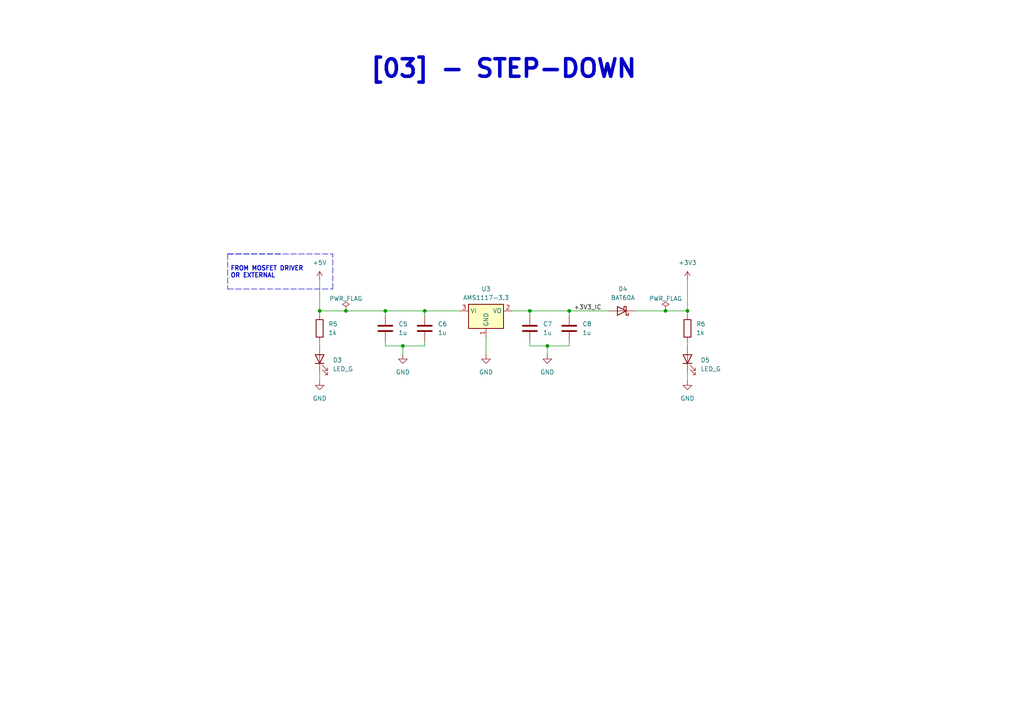
<source format=kicad_sch>
(kicad_sch (version 20250114) (generator "eeschema") (generator_version "9.0")
  (paper "A4")
  (lib_symbols
    (symbol "Device:C" (pin_numbers (hide yes)) (pin_names (offset 0.254))
      (property "Reference" "C" (at 0.635 2.54 0))
      (property "Value" "C" (at 0.635 -2.54 0))
      (symbol "C_0_1"
        (polyline (pts (xy -2.032 0.762) (xy 2.032 0.762)) (stroke (width 0.508)))
        (polyline (pts (xy -2.032 -0.762) (xy 2.032 -0.762)) (stroke (width 0.508)))
      )
      (symbol "C_1_1"
        (pin passive line (at 0 3.81 270) (length 2.794) (name "~") (number "1"))
        (pin passive line (at 0 -3.81 90) (length 2.794) (name "~") (number "2"))
      )
    )
    (symbol "Device:LED" (pin_numbers (hide yes)) (pin_names (offset 1.016) (hide yes))
      (property "Reference" "D" (at 0 2.54 0))
      (property "Value" "LED" (at 0 -2.54 0))
      (symbol "LED_0_1"
        (polyline (pts (xy -3.048 -0.762) (xy -4.572 -2.286) (xy -3.81 -2.286) (xy -4.572 -2.286) (xy -4.572 -1.524)))
        (polyline (pts (xy -1.778 -0.762) (xy -3.302 -2.286) (xy -2.54 -2.286) (xy -3.302 -2.286) (xy -3.302 -1.524)))
        (polyline (pts (xy -1.27 0) (xy 1.27 0)))
        (polyline (pts (xy -1.27 -1.27) (xy -1.27 1.27)) (stroke (width 0.254)))
        (polyline (pts (xy 1.27 -1.27) (xy 1.27 1.27) (xy -1.27 0) (xy 1.27 -1.27)) (stroke (width 0.254)))
      )
      (symbol "LED_1_1"
        (pin passive line (at -3.81 0 0) (length 2.54) (name "K") (number "1"))
        (pin passive line (at 3.81 0 180) (length 2.54) (name "A") (number "2"))
      )
    )
    (symbol "Device:R" (pin_numbers (hide yes)) (pin_names (offset 0))
      (property "Reference" "R" (at 2.032 0 90))
      (property "Value" "R" (at 0 0 90))
      (symbol "R_0_1"
        (rectangle (start -1.016 -2.54) (end 1.016 2.54) (stroke (width 0.254)))
      )
      (symbol "R_1_1"
        (pin passive line (at 0 3.81 270) (length 1.27) (name "~") (number "1"))
        (pin passive line (at 0 -3.81 90) (length 1.27) (name "~") (number "2"))
      )
    )
    (symbol "Diode:BAT60A" (pin_numbers (hide yes)) (pin_names (offset 1.016) (hide yes))
      (property "Reference" "D" (at 0 2.54 0))
      (property "Value" "BAT60A" (at 0 -2.54 0))
      (symbol "BAT60A_0_1"
        (polyline (pts (xy -1.905 0.635) (xy -1.905 1.27) (xy -1.27 1.27) (xy -1.27 -1.27) (xy -0.635 -1.27) (xy -0.635 -0.635)) (stroke (width 0.254)))
        (polyline (pts (xy 1.27 1.27) (xy 1.27 -1.27) (xy -1.27 0) (xy 1.27 1.27)) (stroke (width 0.254)))
        (polyline (pts (xy 1.27 0) (xy -1.27 0)))
      )
      (symbol "BAT60A_1_1"
        (pin passive line (at -3.81 0 0) (length 2.54) (name "K") (number "1"))
        (pin passive line (at 3.81 0 180) (length 2.54) (name "A") (number "2"))
      )
    )
    (symbol "Regulator_Linear:AMS1117-3.3"
      (property "Reference" "U" (at -3.81 3.175 0))
      (property "Value" "AMS1117-3.3" (at 0 3.175 0))
      (symbol "AMS1117-3.3_0_1"
        (rectangle (start -5.08 -5.08) (end 5.08 1.905) (stroke (width 0.254)) (fill (type background)))
      )
      (symbol "AMS1117-3.3_1_1"
        (pin power_in line (at -7.62 0 0) (length 2.54) (name "VI") (number "3"))
        (pin power_in line (at 0 -7.62 90) (length 2.54) (name "GND") (number "1"))
        (pin power_out line (at 7.62 0 180) (length 2.54) (name "VO") (number "2"))
      )
    )
    (symbol "power:+3V3" (power) (pin_numbers (hide yes)) (pin_names (offset 0) (hide yes))
      (property "Value" "+3V3" (at 0 3.556 0))
      (symbol "+3V3_0_1"
        (polyline (pts (xy -0.762 1.27) (xy 0 2.54)))
        (polyline (pts (xy 0 2.54) (xy 0.762 1.27)))
        (polyline (pts (xy 0 0) (xy 0 2.54)))
      )
      (symbol "+3V3_1_1"
        (pin power_in line (at 0 0 90) (length 0) (name "~") (number "1"))
      )
    )
    (symbol "power:+5V" (power) (pin_numbers (hide yes)) (pin_names (offset 0) (hide yes))
      (property "Value" "+5V" (at 0 3.556 0))
      (symbol "+5V_0_1"
        (polyline (pts (xy -0.762 1.27) (xy 0 2.54)))
        (polyline (pts (xy 0 2.54) (xy 0.762 1.27)))
        (polyline (pts (xy 0 0) (xy 0 2.54)))
      )
      (symbol "+5V_1_1"
        (pin power_in line (at 0 0 90) (length 0) (name "~") (number "1"))
      )
    )
    (symbol "power:GND" (power) (pin_numbers (hide yes)) (pin_names (offset 0) (hide yes))
      (property "Value" "GND" (at 0 -3.81 0))
      (symbol "GND_0_1"
        (polyline (pts (xy 0 0) (xy 0 -1.27) (xy 1.27 -1.27) (xy 0 -2.54) (xy -1.27 -1.27) (xy 0 -1.27)))
      )
      (symbol "GND_1_1"
        (pin power_in line (at 0 0 270) (length 0) (name "~") (number "1"))
      )
    )
    (symbol "power:PWR_FLAG" (power) (pin_numbers (hide yes)) (pin_names (offset 0) (hide yes))
      (property "Value" "PWR_FLAG" (at 0 3.81 0))
      (symbol "PWR_FLAG_0_0"
        (pin power_out line (at 0 0 90) (length 0) (name "~") (number "1"))
      )
      (symbol "PWR_FLAG_0_1"
        (polyline (pts (xy 0 0) (xy 0 1.27) (xy -1.016 1.905) (xy 0 2.54) (xy 1.016 1.905) (xy 0 1.27)))
      )
    )
  )
  (text "[03] - STEP-DOWN" (at 146.05 20.066 0) (effects (font (size 5.08 5.08) (thickness 1.016) (bold yes))))
  (text "FROM MOSFET DRIVER\nOR EXTERNAL" (at 66.802 78.994 0) (effects (font (size 1.27 1.27) (thickness 0.254) (bold yes)) (justify left)))
  (junction (at 92.71 90.17))
  (junction (at 193.04 90.17))
  (junction (at 199.39 90.17))
  (junction (at 111.76 90.17))
  (junction (at 100.33 90.17))
  (junction (at 153.67 90.17))
  (junction (at 123.19 90.17))
  (junction (at 158.75 100.33))
  (junction (at 116.84 100.33))
  (junction (at 165.1 90.17))
  (wire (pts (xy 193.04 90.17) (xy 199.39 90.17)))
  (wire (pts (xy 100.33 90.17) (xy 111.76 90.17)))
  (wire (pts (xy 123.19 90.17) (xy 133.35 90.17)))
  (wire (pts (xy 165.1 90.17) (xy 176.53 90.17)))
  (polyline (pts (xy 66.04 73.66) (xy 81.28 73.66)) (stroke (width 0) (type dash)))
  (wire (pts (xy 92.71 90.17) (xy 100.33 90.17)))
  (wire (pts (xy 111.76 90.17) (xy 111.76 91.44)))
  (wire (pts (xy 111.76 99.06) (xy 111.76 100.33)))
  (wire (pts (xy 153.67 99.06) (xy 153.67 100.33)))
  (wire (pts (xy 140.97 97.79) (xy 140.97 102.87)))
  (wire (pts (xy 199.39 81.28) (xy 199.39 90.17)))
  (wire (pts (xy 153.67 100.33) (xy 158.75 100.33)))
  (wire (pts (xy 123.19 90.17) (xy 123.19 91.44)))
  (wire (pts (xy 158.75 100.33) (xy 165.1 100.33)))
  (polyline (pts (xy 96.52 83.82) (xy 96.52 73.66)) (stroke (width 0) (type dash)))
  (polyline (pts (xy 66.04 73.66) (xy 66.04 83.82)) (stroke (width 0) (type dash)))
  (wire (pts (xy 123.19 100.33) (xy 123.19 99.06)))
  (wire (pts (xy 199.39 107.95) (xy 199.39 110.49)))
  (wire (pts (xy 153.67 90.17) (xy 153.67 91.44)))
  (wire (pts (xy 111.76 90.17) (xy 123.19 90.17)))
  (wire (pts (xy 148.59 90.17) (xy 153.67 90.17)))
  (wire (pts (xy 158.75 100.33) (xy 158.75 102.87)))
  (wire (pts (xy 184.15 90.17) (xy 193.04 90.17)))
  (polyline (pts (xy 66.04 73.66) (xy 96.52 73.66)) (stroke (width 0) (type dash)))
  (wire (pts (xy 116.84 100.33) (xy 123.19 100.33)))
  (wire (pts (xy 199.39 90.17) (xy 199.39 91.44)))
  (wire (pts (xy 92.71 107.95) (xy 92.71 110.49)))
  (wire (pts (xy 199.39 99.06) (xy 199.39 100.33)))
  (wire (pts (xy 111.76 100.33) (xy 116.84 100.33)))
  (wire (pts (xy 116.84 100.33) (xy 116.84 102.87)))
  (wire (pts (xy 92.71 90.17) (xy 92.71 91.44)))
  (wire (pts (xy 153.67 90.17) (xy 165.1 90.17)))
  (wire (pts (xy 165.1 100.33) (xy 165.1 99.06)))
  (polyline (pts (xy 66.04 83.82) (xy 96.52 83.82)) (stroke (width 0) (type dash)))
  (wire (pts (xy 92.71 99.06) (xy 92.71 100.33)))
  (wire (pts (xy 165.1 90.17) (xy 165.1 91.44)))
  (wire (pts (xy 92.71 81.28) (xy 92.71 90.17)))
  (label "+3V3_IC" (at 166.37 90.17 0))
  (symbol (lib_id "Diode:BAT60A") (at 180.34 90.17 180) (unit 1)
    (property "Reference" "D4" (at 180.6575 83.82 0))
    (property "Value" "BAT60A" (at 180.6575 86.36 0))
    (property "Footprint" "Diode_SMD:D_SOD-323" (effects (hide yes)))
    (property "Datasheet" "https://www.infineon.com/dgdl/Infineon-BAT60ASERIES-DS-v01_01-en.pdf?fileId=db3a304313d846880113def70c9304a9" (effects (hide yes)))
    (property "Description" "10V 3A High Current Recitifier Schottky Diode, SOD-323" (effects (hide yes)))
  )
  (symbol (lib_id "power:+5V") (at 92.71 81.28 0) (unit 1)
    (property "Reference" "#PWR010" (effects (hide yes)))
    (property "Value" "+5V" (at 92.71 76.2 0))
    (property "Description" "Power symbol creates a global label with name \"+5V\"" (effects (hide yes)))
  )
  (symbol (lib_id "Device:C") (at 153.67 95.25 0) (unit 1)
    (property "Reference" "C7" (at 157.48 93.9799 0) (effects (justify left)))
    (property "Value" "1u" (at 157.48 96.5199 0) (effects (justify left)))
    (property "Footprint" "Capacitor_SMD:C_0603_1608Metric" (effects (hide yes)))
    (property "Description" "Unpolarized capacitor" (effects (hide yes)))
  )
  (symbol (lib_id "power:GND") (at 158.75 102.87 0) (unit 1)
    (property "Reference" "#PWR014" (effects (hide yes)))
    (property "Value" "GND" (at 158.75 107.95 0))
    (property "Description" "Power symbol creates a global label with name \"GND\" , ground" (effects (hide yes)))
  )
  (symbol (lib_id "power:PWR_FLAG") (at 193.04 90.17 0) (unit 1)
    (property "Reference" "#FLG02" (effects (hide yes)))
    (property "Value" "PWR_FLAG" (at 193.04 86.614 0))
    (property "Description" "Special symbol for telling ERC where power comes from" (effects (hide yes)))
  )
  (symbol (lib_id "power:+3V3") (at 199.39 81.28 0) (unit 1)
    (property "Reference" "#PWR015" (effects (hide yes)))
    (property "Value" "+3V3" (at 199.39 76.2 0))
    (property "Description" "Power symbol creates a global label with name \"+3V3\"" (effects (hide yes)))
  )
  (symbol (lib_id "Device:LED") (at 92.71 104.14 90) (unit 1)
    (property "Reference" "D3" (at 96.52 104.4574 90) (effects (justify right)))
    (property "Value" "LED_G" (at 96.52 106.9974 90) (effects (justify right)))
    (property "Footprint" "LED_SMD:LED_1206_3216Metric" (effects (hide yes)))
    (property "Description" "Light emitting diode" (effects (hide yes)))
    (property "Sim.Pins" "1=K 2=A" (effects (hide yes)))
  )
  (symbol (lib_id "power:GND") (at 92.71 110.49 0) (unit 1)
    (property "Reference" "#PWR011" (effects (hide yes)))
    (property "Value" "GND" (at 92.71 115.57 0))
    (property "Description" "Power symbol creates a global label with name \"GND\" , ground" (effects (hide yes)))
  )
  (symbol (lib_id "power:GND") (at 140.97 102.87 0) (unit 1)
    (property "Reference" "#PWR013" (effects (hide yes)))
    (property "Value" "GND" (at 140.97 107.95 0))
    (property "Description" "Power symbol creates a global label with name \"GND\" , ground" (effects (hide yes)))
  )
  (symbol (lib_id "power:PWR_FLAG") (at 100.33 90.17 0) (unit 1)
    (property "Reference" "#FLG01" (effects (hide yes)))
    (property "Value" "PWR_FLAG" (at 100.33 86.614 0))
    (property "Description" "Special symbol for telling ERC where power comes from" (effects (hide yes)))
  )
  (symbol (lib_id "Device:C") (at 165.1 95.25 0) (unit 1)
    (property "Reference" "C8" (at 168.91 93.9799 0) (effects (justify left)))
    (property "Value" "1u" (at 168.91 96.5199 0) (effects (justify left)))
    (property "Footprint" "Capacitor_SMD:C_0603_1608Metric" (effects (hide yes)))
    (property "Description" "Unpolarized capacitor" (effects (hide yes)))
  )
  (symbol (lib_id "Device:C") (at 111.76 95.25 0) (unit 1)
    (property "Reference" "C5" (at 115.57 93.9799 0) (effects (justify left)))
    (property "Value" "1u" (at 115.57 96.5199 0) (effects (justify left)))
    (property "Footprint" "Capacitor_SMD:C_0603_1608Metric" (effects (hide yes)))
    (property "Description" "Unpolarized capacitor" (effects (hide yes)))
  )
  (symbol (lib_id "Device:R") (at 92.71 95.25 0) (unit 1)
    (property "Reference" "R5" (at 95.25 93.9799 0) (effects (justify left)))
    (property "Value" "1k" (at 95.25 96.5199 0) (effects (justify left)))
    (property "Footprint" "Resistor_SMD:R_0603_1608Metric" (effects (hide yes)))
    (property "Description" "Resistor" (effects (hide yes)))
  )
  (symbol (lib_id "Regulator_Linear:AMS1117-3.3") (at 140.97 90.17 0) (unit 1)
    (property "Reference" "U3" (at 140.97 83.82 0))
    (property "Value" "AMS1117-3.3" (at 140.97 86.36 0))
    (property "Footprint" "Package_TO_SOT_SMD:SOT-223-3_TabPin2" (effects (hide yes)))
    (property "Datasheet" "http://www.advanced-monolithic.com/pdf/ds1117.pdf" (effects (hide yes)))
    (property "Description" "1A Low Dropout regulator, positive, 3.3V fixed output, SOT-223" (effects (hide yes)))
  )
  (symbol (lib_id "Device:LED") (at 199.39 104.14 90) (unit 1)
    (property "Reference" "D5" (at 203.2 104.4574 90) (effects (justify right)))
    (property "Value" "LED_G" (at 203.2 106.9974 90) (effects (justify right)))
    (property "Footprint" "LED_SMD:LED_1206_3216Metric" (effects (hide yes)))
    (property "Description" "Light emitting diode" (effects (hide yes)))
    (property "Sim.Pins" "1=K 2=A" (effects (hide yes)))
  )
  (symbol (lib_id "power:GND") (at 199.39 110.49 0) (unit 1)
    (property "Reference" "#PWR016" (effects (hide yes)))
    (property "Value" "GND" (at 199.39 115.57 0))
    (property "Description" "Power symbol creates a global label with name \"GND\" , ground" (effects (hide yes)))
  )
  (symbol (lib_id "power:GND") (at 116.84 102.87 0) (unit 1)
    (property "Reference" "#PWR012" (effects (hide yes)))
    (property "Value" "GND" (at 116.84 107.95 0))
    (property "Description" "Power symbol creates a global label with name \"GND\" , ground" (effects (hide yes)))
  )
  (symbol (lib_id "Device:C") (at 123.19 95.25 0) (unit 1)
    (property "Reference" "C6" (at 127 93.9799 0) (effects (justify left)))
    (property "Value" "1u" (at 127 96.5199 0) (effects (justify left)))
    (property "Footprint" "Capacitor_SMD:C_0603_1608Metric" (effects (hide yes)))
    (property "Description" "Unpolarized capacitor" (effects (hide yes)))
  )
  (symbol (lib_id "Device:R") (at 199.39 95.25 0) (unit 1)
    (property "Reference" "R6" (at 201.93 93.9799 0) (effects (justify left)))
    (property "Value" "1k" (at 201.93 96.5199 0) (effects (justify left)))
    (property "Footprint" "Resistor_SMD:R_0603_1608Metric" (effects (hide yes)))
    (property "Description" "Resistor" (effects (hide yes)))
  )
)
</source>
